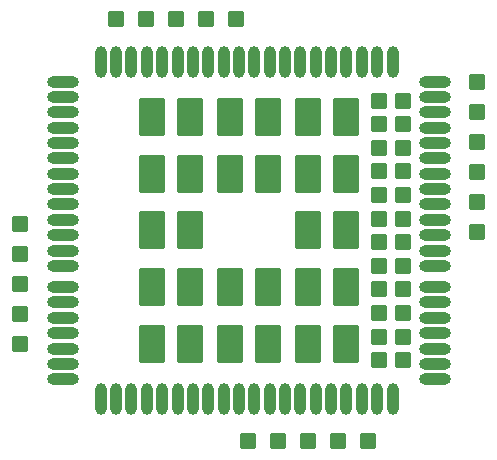
<source format=gts>
G04 #@! TF.GenerationSoftware,KiCad,Pcbnew,8.0.0-rc1*
G04 #@! TF.CreationDate,2024-10-05T12:40:09+03:00*
G04 #@! TF.ProjectId,EC25_module,45433235-5f6d-46f6-9475-6c652e6b6963,rev?*
G04 #@! TF.SameCoordinates,Original*
G04 #@! TF.FileFunction,Soldermask,Top*
G04 #@! TF.FilePolarity,Negative*
%FSLAX46Y46*%
G04 Gerber Fmt 4.6, Leading zero omitted, Abs format (unit mm)*
G04 Created by KiCad (PCBNEW 8.0.0-rc1) date 2024-10-05 12:40:09*
%MOMM*%
%LPD*%
G01*
G04 APERTURE LIST*
G04 Aperture macros list*
%AMRoundRect*
0 Rectangle with rounded corners*
0 $1 Rounding radius*
0 $2 $3 $4 $5 $6 $7 $8 $9 X,Y pos of 4 corners*
0 Add a 4 corners polygon primitive as box body*
4,1,4,$2,$3,$4,$5,$6,$7,$8,$9,$2,$3,0*
0 Add four circle primitives for the rounded corners*
1,1,$1+$1,$2,$3*
1,1,$1+$1,$4,$5*
1,1,$1+$1,$6,$7*
1,1,$1+$1,$8,$9*
0 Add four rect primitives between the rounded corners*
20,1,$1+$1,$2,$3,$4,$5,0*
20,1,$1+$1,$4,$5,$6,$7,0*
20,1,$1+$1,$6,$7,$8,$9,0*
20,1,$1+$1,$8,$9,$2,$3,0*%
G04 Aperture macros list end*
%ADD10RoundRect,0.040000X-0.600000X0.625000X-0.600000X-0.625000X0.600000X-0.625000X0.600000X0.625000X0*%
%ADD11RoundRect,0.040000X0.600000X-0.625000X0.600000X0.625000X-0.600000X0.625000X-0.600000X-0.625000X0*%
%ADD12RoundRect,0.040000X0.625000X0.600000X-0.625000X0.600000X-0.625000X-0.600000X0.625000X-0.600000X0*%
%ADD13O,2.704000X1.004000*%
%ADD14O,1.004000X2.704000*%
%ADD15RoundRect,0.102000X1.000000X1.500000X-1.000000X1.500000X-1.000000X-1.500000X1.000000X-1.500000X0*%
%ADD16RoundRect,0.102000X0.550000X0.550000X-0.550000X0.550000X-0.550000X-0.550000X0.550000X-0.550000X0*%
%ADD17RoundRect,0.040000X-0.625000X-0.600000X0.625000X-0.600000X0.625000X0.600000X-0.625000X0.600000X0*%
G04 APERTURE END LIST*
D10*
X125330000Y-78125000D03*
X122790000Y-78125000D03*
X120250000Y-78125000D03*
X117710000Y-78125000D03*
X115170000Y-78125000D03*
D11*
X126320000Y-113875000D03*
X128860000Y-113875000D03*
X131400000Y-113875000D03*
X133940000Y-113875000D03*
X136480000Y-113875000D03*
D12*
X145765000Y-96180000D03*
X145765000Y-93640000D03*
X145765000Y-91100000D03*
X145765000Y-88560000D03*
X145765000Y-86020000D03*
X145765000Y-83480000D03*
D13*
X142170000Y-108630000D03*
X142170000Y-107330000D03*
X142170000Y-106030000D03*
X142170000Y-104730000D03*
X142170000Y-103430000D03*
X142170000Y-102130000D03*
X142170000Y-100830000D03*
X142170000Y-96430000D03*
X142170000Y-95130000D03*
X142170000Y-93830000D03*
X142170000Y-92530000D03*
X142170000Y-91230000D03*
X142170000Y-89930000D03*
X142170000Y-88630000D03*
X142170000Y-87330000D03*
X142170000Y-86030000D03*
X142170000Y-84730000D03*
X142170000Y-83430000D03*
D14*
X135970000Y-81780000D03*
X134670000Y-81780000D03*
X133370000Y-81780000D03*
X132070000Y-81780000D03*
X130770000Y-81780000D03*
X129470000Y-81780000D03*
X128170000Y-81780000D03*
X126870000Y-81780000D03*
X125570000Y-81780000D03*
X124270000Y-81780000D03*
X122970000Y-81780000D03*
X121670000Y-81780000D03*
X120370000Y-81780000D03*
X119070000Y-81780000D03*
X117770000Y-81780000D03*
X116470000Y-81780000D03*
X115170000Y-81780000D03*
X113870000Y-81780000D03*
D13*
X110670000Y-83430000D03*
X110670000Y-84730000D03*
X110670000Y-86030000D03*
X110670000Y-87330000D03*
X110670000Y-88630000D03*
X110670000Y-89930000D03*
X110670000Y-91230000D03*
X110670000Y-92530000D03*
X110670000Y-93830000D03*
X110670000Y-95130000D03*
X110670000Y-96430000D03*
X110670000Y-100830000D03*
X110670000Y-102130000D03*
X110670000Y-103430000D03*
X110670000Y-104730000D03*
X110670000Y-106030000D03*
X110670000Y-107330000D03*
X110670000Y-108630000D03*
D14*
X113870000Y-110280000D03*
X115170000Y-110280000D03*
X116470000Y-110280000D03*
X117770000Y-110280000D03*
X119070000Y-110280000D03*
X120370000Y-110280000D03*
X121670000Y-110280000D03*
X122970000Y-110280000D03*
X124270000Y-110280000D03*
X125570000Y-110280000D03*
X126870000Y-110280000D03*
X128170000Y-110280000D03*
X129470000Y-110280000D03*
X130770000Y-110280000D03*
X132070000Y-110280000D03*
X133370000Y-110280000D03*
X134670000Y-110280000D03*
X135970000Y-110280000D03*
D15*
X118220000Y-105630000D03*
X118220000Y-100830000D03*
X118220000Y-96030000D03*
X118220000Y-91230000D03*
X118220000Y-86430000D03*
X121420000Y-105630000D03*
X121420000Y-100830000D03*
X121420000Y-96030000D03*
X121420000Y-91230000D03*
X121420000Y-86430000D03*
X124820000Y-105630000D03*
X124820000Y-100830000D03*
X124820000Y-91230000D03*
X124820000Y-86430000D03*
X128020000Y-105630000D03*
X128020000Y-100830000D03*
X128020000Y-91230000D03*
X128020000Y-86430000D03*
X131420000Y-105630000D03*
X131420000Y-100830000D03*
X131420000Y-96030000D03*
X131420000Y-91230000D03*
X131420000Y-86430000D03*
X134620000Y-105630000D03*
X134620000Y-100830000D03*
X134620000Y-96030000D03*
X134620000Y-91230000D03*
X134620000Y-86430000D03*
D14*
X137270000Y-110280000D03*
X138570000Y-110280000D03*
X137270000Y-81780000D03*
X138570000Y-81780000D03*
D16*
X137420000Y-107030000D03*
X137420000Y-105030000D03*
X137420000Y-103030000D03*
X137420000Y-101030000D03*
X137420000Y-99030000D03*
X137420000Y-97030000D03*
X137420000Y-95030000D03*
X137420000Y-93030000D03*
X137420000Y-91030000D03*
X137420000Y-89030000D03*
X137420000Y-87030000D03*
X137420000Y-85030000D03*
X139420000Y-107030000D03*
X139420000Y-105030000D03*
X139420000Y-103030000D03*
X139420000Y-101030000D03*
X139420000Y-99030000D03*
X139420000Y-97030000D03*
X139420000Y-95030000D03*
X139420000Y-93030000D03*
X139420000Y-91030000D03*
X139420000Y-89030000D03*
X139420000Y-87030000D03*
X139420000Y-85030000D03*
D13*
X142170000Y-99030000D03*
X142170000Y-97730000D03*
X110670000Y-97730000D03*
X110670000Y-99030000D03*
D17*
X107005000Y-95450000D03*
X107005000Y-97990000D03*
X107005000Y-100530000D03*
X107005000Y-103070000D03*
X107005000Y-105610000D03*
M02*

</source>
